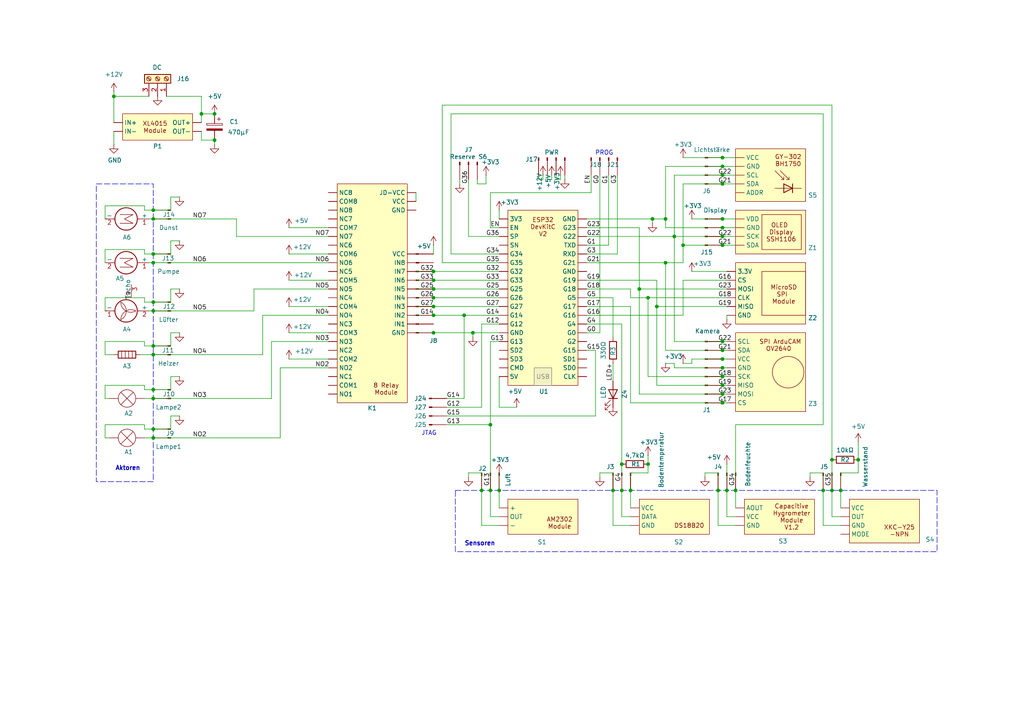
<source format=kicad_sch>
(kicad_sch (version 20250114) (generator "eeschema") (generator_version "9.0")
  (paper "A4")
  (title_block (title "Biodom Mini – Ein Hightech-Gewächshaus") (date "2025-10-17") (rev "1.0.0") (company "Frank Rohlfing"))
  (rectangle (start 27.94 53.34) (end 44.45 139.7) (stroke (width 0) (type dash)))
  (rectangle (start 132.08 142.24) (end 271.78 160.02) (stroke (width 0) (type dash)))
  (text "Aktoren" (at 37.084 135.89 0) (effects (font (size 1.27 1.27) (thickness 0.254) (bold yes))))
  (text "JTAG" (at 124.46 125.73 0) (effects (font (size 1.27 1.27))))
  (text "Sensoren" (at 139.192 157.734 0) (effects (font (size 1.27 1.27) (thickness 0.254) (bold yes))))
  (text "PROG" (at 175.26 44.45 0) (effects (font (size 1.27 1.27))))
  (junction (at 248.92 133.35))
  (junction (at 125.73 91.44))
  (junction (at 209.55 68.58))
  (junction (at 142.24 142.24))
  (junction (at 209.55 111.76))
  (junction (at 187.96 134.62))
  (junction (at 241.3 133.35))
  (junction (at 125.73 81.28))
  (junction (at 209.55 104.14))
  (junction (at 44.45 76.2))
  (junction (at 137.16 96.52))
  (junction (at 44.45 60.96))
  (junction (at 44.45 63.5))
  (junction (at 44.45 124.46))
  (junction (at 44.45 90.17))
  (junction (at 209.55 71.12))
  (junction (at 209.55 116.84))
  (junction (at 209.55 48.26))
  (junction (at 180.34 134.62))
  (junction (at 180.34 142.24))
  (junction (at 209.55 106.68))
  (junction (at 209.55 109.22))
  (junction (at 209.55 66.04))
  (junction (at 190.5 88.9))
  (junction (at 142.24 123.19))
  (junction (at 44.45 87.63))
  (junction (at 187.96 86.36))
  (junction (at 208.28 142.24))
  (junction (at 195.58 68.58))
  (junction (at 44.45 113.03))
  (junction (at 134.62 91.44))
  (junction (at 210.82 142.24))
  (junction (at 209.55 50.8))
  (junction (at 243.84 142.24))
  (junction (at 125.73 78.74))
  (junction (at 144.78 142.24))
  (junction (at 58.42 33.02))
  (junction (at 44.45 73.66))
  (junction (at 193.04 63.5))
  (junction (at 44.45 100.33))
  (junction (at 44.45 102.87))
  (junction (at 125.73 96.52))
  (junction (at 209.55 45.72))
  (junction (at 189.23 63.5))
  (junction (at 198.12 71.12))
  (junction (at 238.76 142.24))
  (junction (at 209.55 63.5))
  (junction (at 62.23 40.64))
  (junction (at 241.3 142.24))
  (junction (at 125.73 83.82))
  (junction (at 125.73 88.9))
  (junction (at 193.04 76.2))
  (junction (at 182.88 142.24))
  (junction (at 177.8 142.24))
  (junction (at 125.73 86.36))
  (junction (at 44.45 115.57))
  (junction (at 209.55 101.6))
  (junction (at 139.7 142.24))
  (junction (at 33.02 27.94))
  (junction (at 44.45 127))
  (junction (at 209.55 114.3))
  (junction (at 209.55 99.06))
  (junction (at 209.55 53.34))
  (junction (at 62.23 33.02))
  (junction (at 213.36 142.24))
  (junction (at 185.42 83.82))
  (wire (pts (xy 187.96 86.36) (xy 210.82 86.36)))
  (wire (pts (xy 182.88 116.84) (xy 182.88 88.9)))
  (wire (pts (xy 58.42 38.1) (xy 58.42 40.64)))
  (wire (pts (xy 158.75 52.07) (xy 160.02 52.07)))
  (wire (pts (xy 95.25 91.44) (xy 76.2 91.44)))
  (wire (pts (xy 49.53 120.65) (xy 49.53 124.46)))
  (wire (pts (xy 62.23 41.91) (xy 62.23 40.64)))
  (wire (pts (xy 209.55 63.5) (xy 213.36 63.5)))
  (wire (pts (xy 142.24 142.24) (xy 142.24 149.86)))
  (wire (pts (xy 142.24 123.19) (xy 142.24 142.24)))
  (wire (pts (xy 139.7 137.16) (xy 139.7 142.24)))
  (wire (pts (xy 44.45 127) (xy 81.28 127)))
  (wire (pts (xy 187.96 109.22) (xy 209.55 109.22)))
  (wire (pts (xy 68.58 68.58) (xy 95.25 68.58)))
  (wire (pts (xy 177.8 137.16) (xy 177.8 142.24)))
  (wire (pts (xy 30.48 59.69) (xy 41.91 59.69)))
  (wire (pts (xy 234.95 137.16) (xy 238.76 137.16)))
  (wire (pts (xy 238.76 152.4) (xy 243.84 152.4)))
  (wire (pts (xy 161.29 52.07) (xy 162.56 52.07)))
  (wire (pts (xy 193.04 63.5) (xy 193.04 48.26)))
  (wire (pts (xy 210.82 109.22) (xy 209.55 109.22)))
  (wire (pts (xy 73.66 90.17) (xy 73.66 83.82)))
  (wire (pts (xy 30.48 86.36) (xy 30.48 90.17)))
  (wire (pts (xy 83.82 96.52) (xy 95.25 96.52)))
  (wire (pts (xy 49.53 113.03) (xy 44.45 113.03)))
  (wire (pts (xy 198.12 45.72) (xy 209.55 45.72)))
  (wire (pts (xy 172.72 101.6) (xy 172.72 120.65)))
  (wire (pts (xy 195.58 106.68) (xy 209.55 106.68)))
  (wire (pts (xy 156.21 52.07) (xy 157.48 52.07)))
  (wire (pts (xy 142.24 66.04) (xy 144.78 66.04)))
  (wire (pts (xy 30.48 99.06) (xy 41.91 99.06)))
  (wire (pts (xy 30.48 123.19) (xy 41.91 123.19)))
  (wire (pts (xy 43.18 27.94) (xy 33.02 27.94)))
  (wire (pts (xy 41.91 113.03) (xy 44.45 113.03)))
  (wire (pts (xy 142.24 55.88) (xy 171.45 55.88)))
  (wire (pts (xy 40.64 102.87) (xy 44.45 102.87)))
  (wire (pts (xy 208.28 152.4) (xy 213.36 152.4)))
  (wire (pts (xy 170.18 83.82) (xy 182.88 83.82)))
  (wire (pts (xy 139.7 152.4) (xy 144.78 152.4)))
  (wire (pts (xy 180.34 93.98) (xy 180.34 134.62)))
  (wire (pts (xy 49.53 100.33) (xy 44.45 100.33)))
  (wire (pts (xy 149.86 118.11) (xy 144.78 118.11)))
  (wire (pts (xy 120.65 88.9) (xy 125.73 88.9)))
  (wire (pts (xy 41.91 123.19) (xy 41.91 124.46)))
  (wire (pts (xy 173.99 50.8) (xy 173.99 96.52)))
  (wire (pts (xy 204.47 137.16) (xy 208.28 137.16)))
  (wire (pts (xy 177.8 86.36) (xy 177.8 97.79)))
  (wire (pts (xy 139.7 142.24) (xy 139.7 152.4)))
  (wire (pts (xy 210.82 104.14) (xy 209.55 104.14)))
  (wire (pts (xy 95.25 106.68) (xy 81.28 106.68)))
  (wire (pts (xy 120.65 58.42) (xy 120.65 55.88)))
  (wire (pts (xy 248.92 137.16) (xy 243.84 137.16)))
  (wire (pts (xy 58.42 33.02) (xy 58.42 35.56)))
  (wire (pts (xy 83.82 104.14) (xy 95.25 104.14)))
  (wire (pts (xy 189.23 63.5) (xy 193.04 63.5)))
  (wire (pts (xy 198.12 76.2) (xy 193.04 76.2)))
  (wire (pts (xy 130.81 73.66) (xy 130.81 33.02)))
  (wire (pts (xy 213.36 123.19) (xy 213.36 142.24)))
  (wire (pts (xy 44.45 63.5) (xy 68.58 63.5)))
  (wire (pts (xy 41.91 72.39) (xy 41.91 73.66)))
  (wire (pts (xy 83.82 73.66) (xy 95.25 73.66)))
  (wire (pts (xy 209.55 48.26) (xy 213.36 48.26)))
  (wire (pts (xy 185.42 66.04) (xy 185.42 83.82)))
  (wire (pts (xy 49.53 69.85) (xy 49.53 73.66)))
  (wire (pts (xy 182.88 116.84) (xy 209.55 116.84)))
  (wire (pts (xy 134.62 115.57) (xy 129.54 115.57)))
  (wire (pts (xy 180.34 142.24) (xy 180.34 149.86)))
  (wire (pts (xy 128.27 30.48) (xy 128.27 76.2)))
  (wire (pts (xy 137.16 96.52) (xy 125.73 96.52)))
  (wire (pts (xy 238.76 33.02) (xy 238.76 123.19)))
  (wire (pts (xy 30.48 111.76) (xy 41.91 111.76)))
  (wire (pts (xy 142.24 55.88) (xy 142.24 66.04)))
  (wire (pts (xy 48.26 27.94) (xy 58.42 27.94)))
  (wire (pts (xy 161.29 50.8) (xy 161.29 52.07)))
  (wire (pts (xy 157.48 52.07) (xy 157.48 50.8)))
  (wire (pts (xy 190.5 88.9) (xy 210.82 88.9)))
  (wire (pts (xy 198.12 91.44) (xy 198.12 81.28)))
  (wire (pts (xy 41.91 86.36) (xy 41.91 87.63)))
  (wire (pts (xy 81.28 106.68) (xy 81.28 127)))
  (wire (pts (xy 129.54 123.19) (xy 142.24 123.19)))
  (wire (pts (xy 125.73 91.44) (xy 134.62 91.44)))
  (wire (pts (xy 163.83 50.8) (xy 163.83 52.07)))
  (wire (pts (xy 170.18 96.52) (xy 173.99 96.52)))
  (wire (pts (xy 187.96 86.36) (xy 187.96 109.22)))
  (wire (pts (xy 142.24 149.86) (xy 144.78 149.86)))
  (wire (pts (xy 49.53 73.66) (xy 44.45 73.66)))
  (wire (pts (xy 193.04 63.5) (xy 193.04 66.04)))
  (wire (pts (xy 176.53 50.8) (xy 176.53 71.12)))
  (wire (pts (xy 209.55 71.12) (xy 213.36 71.12)))
  (wire (pts (xy 170.18 86.36) (xy 177.8 86.36)))
  (wire (pts (xy 41.91 60.96) (xy 44.45 60.96)))
  (wire (pts (xy 200.66 104.14) (xy 209.55 104.14)))
  (wire (pts (xy 120.65 81.28) (xy 125.73 81.28)))
  (wire (pts (xy 195.58 68.58) (xy 195.58 99.06)))
  (wire (pts (xy 195.58 68.58) (xy 195.58 50.8)))
  (wire (pts (xy 41.91 73.66) (xy 44.45 73.66)))
  (wire (pts (xy 204.47 138.43) (xy 204.47 137.16)))
  (wire (pts (xy 170.18 91.44) (xy 198.12 91.44)))
  (wire (pts (xy 198.12 71.12) (xy 198.12 53.34)))
  (wire (pts (xy 195.58 99.06) (xy 209.55 99.06)))
  (wire (pts (xy 125.73 86.36) (xy 144.78 86.36)))
  (wire (pts (xy 193.04 105.41) (xy 195.58 105.41)))
  (wire (pts (xy 241.3 30.48) (xy 241.3 133.35)))
  (wire (pts (xy 170.18 63.5) (xy 189.23 63.5)))
  (wire (pts (xy 49.53 96.52) (xy 49.53 100.33)))
  (wire (pts (xy 170.18 73.66) (xy 179.07 73.66)))
  (wire (pts (xy 41.91 127) (xy 44.45 127)))
  (wire (pts (xy 144.78 147.32) (xy 144.78 142.24)))
  (wire (pts (xy 138.43 53.34) (xy 140.97 53.34)))
  (wire (pts (xy 177.8 152.4) (xy 182.88 152.4)))
  (wire (pts (xy 134.62 91.44) (xy 134.62 115.57)))
  (wire (pts (xy 58.42 33.02) (xy 62.23 33.02)))
  (wire (pts (xy 68.58 63.5) (xy 68.58 68.58)))
  (wire (pts (xy 33.02 38.1) (xy 33.02 41.91)))
  (wire (pts (xy 210.82 142.24) (xy 210.82 149.86)))
  (wire (pts (xy 30.48 127) (xy 30.48 123.19)))
  (wire (pts (xy 120.65 83.82) (xy 125.73 83.82)))
  (wire (pts (xy 200.66 105.41) (xy 200.66 104.14)))
  (wire (pts (xy 49.53 83.82) (xy 49.53 87.63)))
  (wire (pts (xy 180.34 149.86) (xy 182.88 149.86)))
  (wire (pts (xy 241.3 142.24) (xy 241.3 149.86)))
  (wire (pts (xy 209.55 66.04) (xy 213.36 66.04)))
  (wire (pts (xy 190.5 88.9) (xy 190.5 111.76)))
  (wire (pts (xy 170.18 93.98) (xy 180.34 93.98)))
  (wire (pts (xy 129.54 118.11) (xy 139.7 118.11)))
  (wire (pts (xy 193.04 66.04) (xy 209.55 66.04)))
  (wire (pts (xy 125.73 71.12) (xy 125.73 73.66)))
  (wire (pts (xy 30.48 86.36) (xy 41.91 86.36)))
  (wire (pts (xy 182.88 137.16) (xy 182.88 142.24)))
  (wire (pts (xy 210.82 91.44) (xy 210.82 92.71)))
  (wire (pts (xy 176.53 71.12) (xy 170.18 71.12)))
  (wire (pts (xy 162.56 50.8) (xy 162.56 52.07)))
  (wire (pts (xy 139.7 118.11) (xy 139.7 93.98)))
  (wire (pts (xy 30.48 72.39) (xy 41.91 72.39)))
  (wire (pts (xy 170.18 81.28) (xy 190.5 81.28)))
  (wire (pts (xy 213.36 123.19) (xy 238.76 123.19)))
  (wire (pts (xy 238.76 142.24) (xy 238.76 152.4)))
  (wire (pts (xy 135.89 137.16) (xy 139.7 137.16)))
  (wire (pts (xy 49.53 60.96) (xy 44.45 60.96)))
  (wire (pts (xy 76.2 91.44) (xy 76.2 102.87)))
  (wire (pts (xy 170.18 66.04) (xy 185.42 66.04)))
  (wire (pts (xy 170.18 76.2) (xy 193.04 76.2)))
  (wire (pts (xy 160.02 52.07) (xy 160.02 50.8)))
  (wire (pts (xy 58.42 40.64) (xy 62.23 40.64)))
  (wire (pts (xy 173.99 137.16) (xy 177.8 137.16)))
  (wire (pts (xy 195.58 50.8) (xy 209.55 50.8)))
  (wire (pts (xy 210.82 116.84) (xy 209.55 116.84)))
  (wire (pts (xy 144.78 137.16) (xy 144.78 142.24)))
  (wire (pts (xy 44.45 102.87) (xy 76.2 102.87)))
  (wire (pts (xy 177.8 142.24) (xy 177.8 152.4)))
  (wire (pts (xy 44.45 115.57) (xy 78.74 115.57)))
  (wire (pts (xy 41.91 111.76) (xy 41.91 113.03)))
  (wire (pts (xy 248.92 133.35) (xy 248.92 137.16)))
  (wire (pts (xy 210.82 111.76) (xy 209.55 111.76)))
  (wire (pts (xy 83.82 66.04) (xy 95.25 66.04)))
  (wire (pts (xy 185.42 114.3) (xy 209.55 114.3)))
  (wire (pts (xy 180.34 134.62) (xy 180.34 142.24)))
  (wire (pts (xy 41.91 100.33) (xy 44.45 100.33)))
  (wire (pts (xy 198.12 71.12) (xy 198.12 76.2)))
  (wire (pts (xy 190.5 81.28) (xy 190.5 88.9)))
  (wire (pts (xy 49.53 124.46) (xy 44.45 124.46)))
  (wire (pts (xy 213.36 142.24) (xy 213.36 147.32)))
  (wire (pts (xy 33.02 26.67) (xy 33.02 27.94)))
  (wire (pts (xy 52.07 69.85) (xy 49.53 69.85)))
  (wire (pts (xy 189.23 64.77) (xy 189.23 63.5)))
  (wire (pts (xy 158.75 52.07) (xy 158.75 50.8)))
  (wire (pts (xy 185.42 83.82) (xy 210.82 83.82)))
  (wire (pts (xy 135.89 138.43) (xy 135.89 137.16)))
  (wire (pts (xy 78.74 99.06) (xy 78.74 115.57)))
  (wire (pts (xy 138.43 52.07) (xy 138.43 53.34)))
  (wire (pts (xy 58.42 27.94) (xy 58.42 33.02)))
  (wire (pts (xy 129.54 120.65) (xy 172.72 120.65)))
  (wire (pts (xy 234.95 138.43) (xy 234.95 137.16)))
  (wire (pts (xy 209.55 50.8) (xy 213.36 50.8)))
  (wire (pts (xy 133.35 52.07) (xy 133.35 53.34)))
  (wire (pts (xy 238.76 137.16) (xy 238.76 142.24)))
  (wire (pts (xy 44.45 90.17) (xy 73.66 90.17)))
  (wire (pts (xy 241.3 149.86) (xy 243.84 149.86)))
  (wire (pts (xy 52.07 57.15) (xy 49.53 57.15)))
  (wire (pts (xy 195.58 106.68) (xy 195.58 105.41)))
  (wire (pts (xy 210.82 101.6) (xy 209.55 101.6)))
  (wire (pts (xy 142.24 99.06) (xy 144.78 99.06)))
  (wire (pts (xy 209.55 53.34) (xy 213.36 53.34)))
  (wire (pts (xy 33.02 102.87) (xy 30.48 102.87)))
  (wire (pts (xy 190.5 111.76) (xy 209.55 111.76)))
  (wire (pts (xy 125.73 78.74) (xy 120.65 78.74)))
  (wire (pts (xy 125.73 91.44) (xy 120.65 91.44)))
  (wire (pts (xy 43.18 63.5) (xy 44.45 63.5)))
  (wire (pts (xy 210.82 149.86) (xy 213.36 149.86)))
  (wire (pts (xy 83.82 88.9) (xy 95.25 88.9)))
  (wire (pts (xy 44.45 124.46) (xy 41.91 124.46)))
  (wire (pts (xy 208.28 137.16) (xy 208.28 142.24)))
  (wire (pts (xy 156.21 50.8) (xy 156.21 52.07)))
  (wire (pts (xy 187.96 134.62) (xy 187.96 137.16)))
  (wire (pts (xy 52.07 96.52) (xy 49.53 96.52)))
  (wire (pts (xy 95.25 99.06) (xy 78.74 99.06)))
  (wire (pts (xy 177.8 105.41) (xy 177.8 110.49)))
  (wire (pts (xy 208.28 142.24) (xy 208.28 152.4)))
  (wire (pts (xy 30.48 115.57) (xy 31.75 115.57)))
  (wire (pts (xy 248.92 128.27) (xy 248.92 133.35)))
  (wire (pts (xy 137.16 97.79) (xy 137.16 96.52)))
  (wire (pts (xy 173.99 137.16) (xy 173.99 138.43)))
  (wire (pts (xy 137.16 96.52) (xy 144.78 96.52)))
  (wire (pts (xy 125.73 83.82) (xy 144.78 83.82)))
  (wire (pts (xy 243.84 137.16) (xy 243.84 142.24)))
  (wire (pts (xy 95.25 83.82) (xy 73.66 83.82)))
  (wire (pts (xy 41.91 87.63) (xy 44.45 87.63)))
  (wire (pts (xy 210.82 114.3) (xy 209.55 114.3)))
  (wire (pts (xy 210.82 134.62) (xy 210.82 142.24)))
  (wire (pts (xy 120.65 86.36) (xy 125.73 86.36)))
  (wire (pts (xy 198.12 71.12) (xy 209.55 71.12)))
  (wire (pts (xy 135.89 68.58) (xy 144.78 68.58)))
  (wire (pts (xy 193.04 76.2) (xy 193.04 101.6)))
  (wire (pts (xy 193.04 101.6) (xy 209.55 101.6)))
  (wire (pts (xy 209.55 45.72) (xy 213.36 45.72)))
  (wire (pts (xy 144.78 60.96) (xy 144.78 63.5)))
  (wire (pts (xy 187.96 132.08) (xy 187.96 134.62)))
  (wire (pts (xy 49.53 57.15) (xy 49.53 60.96)))
  (wire (pts (xy 120.65 96.52) (xy 125.73 96.52)))
  (wire (pts (xy 241.3 133.35) (xy 241.3 142.24)))
  (wire (pts (xy 41.91 115.57) (xy 44.45 115.57)))
  (wire (pts (xy 128.27 76.2) (xy 144.78 76.2)))
  (wire (pts (xy 130.81 33.02) (xy 238.76 33.02)))
  (wire (pts (xy 210.82 106.68) (xy 209.55 106.68)))
  (wire (pts (xy 134.62 91.44) (xy 144.78 91.44)))
  (wire (pts (xy 185.42 114.3) (xy 185.42 83.82)))
  (wire (pts (xy 125.73 88.9) (xy 144.78 88.9)))
  (wire (pts (xy 170.18 68.58) (xy 195.58 68.58)))
  (wire (pts (xy 198.12 105.41) (xy 200.66 105.41)))
  (wire (pts (xy 135.89 52.07) (xy 135.89 68.58)))
  (wire (pts (xy 144.78 118.11) (xy 144.78 109.22)))
  (wire (pts (xy 52.07 120.65) (xy 49.53 120.65)))
  (wire (pts (xy 200.66 78.74) (xy 210.82 78.74)))
  (wire (pts (xy 171.45 50.8) (xy 171.45 55.88)))
  (wire (pts (xy 243.84 142.24) (xy 243.84 147.32)))
  (wire (pts (xy 49.53 109.22) (xy 49.53 113.03)))
  (wire (pts (xy 44.45 76.2) (xy 95.25 76.2)))
  (wire (pts (xy 187.96 137.16) (xy 182.88 137.16)))
  (wire (pts (xy 30.48 102.87) (xy 30.48 99.06)))
  (wire (pts (xy 210.82 99.06) (xy 209.55 99.06)))
  (wire (pts (xy 193.04 48.26) (xy 209.55 48.26)))
  (wire (pts (xy 52.07 83.82) (xy 49.53 83.82)))
  (wire (pts (xy 44.45 76.2) (xy 43.18 76.2)))
  (wire (pts (xy 182.88 83.82) (xy 182.88 86.36)))
  (wire (pts (xy 179.07 50.8) (xy 179.07 73.66)))
  (wire (pts (xy 140.97 50.8) (xy 140.97 53.34)))
  (wire (pts (xy 128.27 30.48) (xy 241.3 30.48)))
  (wire (pts (xy 30.48 127) (xy 31.75 127)))
  (wire (pts (xy 198.12 53.34) (xy 209.55 53.34)))
  (wire (pts (xy 139.7 93.98) (xy 144.78 93.98)))
  (wire (pts (xy 125.73 78.74) (xy 144.78 78.74)))
  (wire (pts (xy 83.82 81.28) (xy 95.25 81.28)))
  (wire (pts (xy 130.81 73.66) (xy 144.78 73.66)))
  (wire (pts (xy 200.66 63.5) (xy 209.55 63.5)))
  (wire (pts (xy 43.18 90.17) (xy 44.45 90.17)))
  (wire (pts (xy 30.48 76.2) (xy 30.48 72.39)))
  (wire (pts (xy 33.02 27.94) (xy 33.02 35.56)))
  (wire (pts (xy 52.07 109.22) (xy 49.53 109.22)))
  (wire (pts (xy 49.53 87.63) (xy 44.45 87.63)))
  (wire (pts (xy 125.73 81.28) (xy 144.78 81.28)))
  (wire (pts (xy 182.88 86.36) (xy 187.96 86.36)))
  (wire (pts (xy 142.24 99.06) (xy 142.24 123.19)))
  (wire (pts (xy 41.91 99.06) (xy 41.91 100.33)))
  (wire (pts (xy 182.88 142.24) (xy 182.88 147.32)))
  (wire (pts (xy 170.18 88.9) (xy 182.88 88.9)))
  (wire (pts (xy 198.12 81.28) (xy 210.82 81.28)))
  (wire (pts (xy 209.55 68.58) (xy 213.36 68.58)))
  (wire (pts (xy 41.91 59.69) (xy 41.91 60.96)))
  (wire (pts (xy 30.48 63.5) (xy 30.48 59.69)))
  (wire (pts (xy 30.48 115.57) (xy 30.48 111.76)))
  (wire (pts (xy 172.72 101.6) (xy 170.18 101.6)))
  (wire (pts (xy 195.58 68.58) (xy 209.55 68.58)))
  (label "G3" (at 170.18 73.66 0))
  (label "G23" (at 208.28 114.3 0))
  (label "G14" (at 129.54 115.57 0))
  (label "G36" (at 140.97 68.58 0))
  (label "G13" (at 142.24 99.06 0))
  (label "G12" (at 140.97 93.98 0))
  (label "G21" (at 170.18 76.2 0))
  (label "G23" (at 208.28 83.82 0))
  (label "G4" (at 180.34 139.7 90))
  (label "G16" (at 170.18 91.44 0))
  (label "G22" (at 208.28 68.58 0))
  (label "G13" (at 142.24 140.97 90))
  (label "G1" (at 170.18 71.12 0))
  (label "G32" (at 140.97 78.74 0))
  (label "G14" (at 121.92 91.44 0))
  (label "NO7" (at 91.44 68.58 0))
  (label "G25" (at 121.92 83.82 0))
  (label "G21" (at 208.28 101.6 0))
  (label "G18" (at 170.18 83.82 0))
  (label "G21" (at 208.28 53.34 0))
  (label "G5" (at 170.18 86.36 0))
  (label "G33" (at 121.92 81.28 0))
  (label "G26" (at 121.92 86.36 0))
  (label "G22" (at 170.18 68.58 0))
  (label "G35" (at 241.3 140.97 90))
  (label "G23" (at 170.18 66.04 0))
  (label "G33" (at 140.97 81.28 0))
  (label "G27" (at 140.97 88.9 0))
  (label "G18" (at 208.28 86.36 0))
  (label "G19" (at 208.28 88.9 0))
  (label "G27" (at 121.92 88.9 0))
  (label "G16" (at 208.28 81.28 0))
  (label "NO6" (at 91.44 76.2 0))
  (label "G36" (at 135.89 53.34 90))
  (label "G22" (at 208.28 50.8 0))
  (label "G0" (at 173.99 53.34 90))
  (label "NO5" (at 91.44 83.82 0))
  (label "NO4" (at 55.88 102.87 0))
  (label "LED+" (at 177.8 110.49 90))
  (label "G1" (at 176.53 53.34 90))
  (label "G17" (at 208.28 116.84 0))
  (label "G12" (at 129.54 118.11 0))
  (label "G21" (at 208.28 71.12 0))
  (label "G15" (at 129.54 120.65 0))
  (label "G15" (at 170.18 101.6 0))
  (label "G3" (at 179.07 53.34 90))
  (label "NO2" (at 91.44 106.68 0))
  (label "NO6" (at 55.88 76.2 0))
  (label "NO2" (at 55.88 127 0))
  (label "G19" (at 208.28 111.76 0))
  (label "G25" (at 140.97 83.82 0))
  (label "G32" (at 121.92 78.74 0))
  (label "G19" (at 170.18 81.28 0))
  (label "NO3" (at 55.88 115.57 0))
  (label "EN" (at 142.24 66.04 0))
  (label "G34" (at 140.97 73.66 0))
  (label "NO4" (at 91.44 91.44 0))
  (label "NO7" (at 55.88 63.5 0))
  (label "G17" (at 170.18 88.9 0))
  (label "G34" (at 213.36 140.97 90))
  (label "EN" (at 171.45 53.34 90))
  (label "G0" (at 170.18 96.52 0))
  (label "NO5" (at 55.88 90.17 0))
  (label "NO3" (at 91.44 99.06 0))
  (label "G26" (at 140.97 86.36 0))
  (label "G4" (at 170.18 93.98 0))
  (label "G13" (at 129.54 123.19 0))
  (label "G35" (at 140.97 76.2 0))
  (label "G14" (at 140.97 91.44 0))
  (label "G18" (at 208.28 109.22 0))
  (label "G22" (at 208.28 99.06 0))
  (symbol (lib_id "power:+5V") (at 125.73 71.12 0) (unit 1)
    (property "Reference" "#PWR01" (effects (hide yes)))
    (property "Value" "+5V" (at 122.936 71.374 0))
    (property "Description" "Power symbol creates a global label with name \"+5V\"" (effects (hide yes)))
  )
  (symbol (lib_id "power:GND") (at 52.07 96.52 0) (unit 1)
    (property "Reference" "#PWR028" (effects (hide yes)))
    (property "Value" "GND" (effects (hide yes)))
    (property "Description" "Power symbol creates a global label with name \"GND\" , ground" (effects (hide yes)))
  )
  (symbol (lib_id "Motor:Fan_3pin") (at 38.1 90.17 270) (unit 1) (on_board no)
    (property "Reference" "A4" (at 35.56 95.504 90) (effects (justify left)))
    (property "Value" "Zuluft" (effects (hide yes)))
    (property "Footprint" "Connector_PinHeader_2.54mm:PinHeader_1x02_P2.54mm_Vertical" (effects (hide yes)))
    (property "Datasheet" "http://www.hardwarecanucks.com/forum/attachments/new-builds/16287d1330775095-help-chassis-power-fan-connectors-motherboard-asus_p8z68.jpg" (effects (hide yes)))
    (property "Description" "Fan, tacho output, 3-pin connector" (effects (hide yes)))
  )
  (symbol (lib_id "Frank:AM2302_Module") (at 157.48 149.86 180) (unit 1) (on_board no)
    (property "Reference" "S1" (at 157.226 157.226 0))
    (property "Value" "Luft" (effects (hide yes)))
    (property "Datasheet" "https://www.makerguides.com/wp-content/uploads/2019/02/DHT22-AM2302-Datasheet.pdf" (effects (hide yes)))
    (property "Description" "Temperatur- und Luftfeuchtigkeitssensor" (effects (hide yes)))
    (property "AZ-Delivery e-Book" "https://cdn.shopify.com/s/files/1/1509/1638/files/AZ073_A10-7_DE_B06XF4TNT9_a2f405a2-b242-44dc-aa26-428bc637eef5.pdf?v=1721198350" (effects (hide yes)))
  )
  (symbol (lib_id "power:+12V") (at 83.82 96.52 0) (unit 1)
    (property "Reference" "#PWR09" (effects (hide yes)))
    (property "Value" "+12V" (at 87.63 94.742 0))
    (property "Description" "Power symbol creates a global label with name \"+12V\"" (effects (hide yes)))
  )
  (symbol (lib_id "Device:R") (at 177.8 101.6 180) (unit 1)
    (property "Reference" "R3" (at 177.8 101.854 90))
    (property "Value" "330Ω" (at 175.006 101.6 90))
    (property "Footprint" "Resistor_THT:R_Axial_DIN0207_L6.3mm_D2.5mm_P10.16mm_Horizontal" (effects (hide yes)))
    (property "Description" "Resistor" (effects (hide yes)))
  )
  (symbol (lib_id "Device:Lamp") (at 36.83 127 270) (unit 1) (on_board no)
    (property "Reference" "A1" (at 36.068 131.064 90) (effects (justify left)))
    (property "Value" "Lampe 1" (effects (hide yes)))
    (property "Description" "Lamp" (effects (hide yes)))
  )
  (symbol (lib_id "Device:Lamp") (at 36.83 115.57 270) (unit 1) (on_board no)
    (property "Reference" "A2" (at 36.068 119.888 90) (effects (justify left)))
    (property "Value" "Lampe 2" (effects (hide yes)))
    (property "Description" "Lamp" (effects (hide yes)))
  )
  (symbol (lib_id "power:GND") (at 52.07 120.65 0) (unit 1)
    (property "Reference" "#PWR030" (effects (hide yes)))
    (property "Value" "GND" (effects (hide yes)))
    (property "Description" "Power symbol creates a global label with name \"GND\" , ground" (effects (hide yes)))
  )
  (symbol (lib_id "Device:R") (at 184.15 134.62 270) (unit 1)
    (property "Reference" "R1" (at 184.404 134.62 90))
    (property "Value" "4,7kΩ" (at 184.15 132.08 90))
    (property "Footprint" "Resistor_THT:R_Axial_DIN0207_L6.3mm_D2.5mm_P10.16mm_Horizontal" (effects (hide yes)))
    (property "Description" "Resistor" (effects (hide yes)))
  )
  (symbol (lib_id "power:GND") (at 163.83 52.07 0) (unit 1)
    (property "Reference" "#PWR033" (effects (hide yes)))
    (property "Value" "GND" (effects (hide yes)))
    (property "Description" "Power symbol creates a global label with name \"GND\" , ground" (effects (hide yes)))
  )
  (symbol (lib_id "Frank:MicroSD_SPI_Module") (at 223.52 96.52 180) (unit 1)
    (property "Reference" "Z2" (at 235.712 92.202 0))
    (property "Value" "SD-Karte" (effects (hide yes)))
    (property "Footprint" "Frank:MicroSD_SPI_Modul_Socket" (effects (hide yes)))
    (property "Description" "MicroSD SPI Kartenleser, 3.3V" (effects (hide yes)))
    (property "AZ-Delivery e-Book" "https://cdn.shopify.com/s/files/1/1509/1638/files/AZ234_C_10-4_DE_B06X1DX5WS_ec398a85-2534-4b15-9f3e-1d3a37b6ce96.pdf?v=1721122338" (effects (hide yes)))
  )
  (symbol (lib_name "Conn_01x02_Pin_5") (lib_id "Connector:Conn_01x02_Pin") (at 49.53 76.2 180) (unit 1) (on_board no)
    (property "Reference" "J13" (at 50.546 74.93 0) (effects (justify left)))
    (property "Value" "Pumpe" (at 48.895 78.74 0))
    (property "Footprint" "Connector_PinHeader_2.54mm:PinHeader_1x02_P2.54mm_Vertical" (effects (hide yes)))
    (property "Description" "Generic connector, single row, 01x02, script generated" (effects (hide yes)))
  )
  (symbol (lib_id "power:+5V") (at 62.23 33.02 0) (unit 1)
    (property "Reference" "#PWR013" (effects (hide yes)))
    (property "Value" "+5V" (at 62.23 27.94 0))
    (property "Description" "Power symbol creates a global label with name \"+5V\"" (effects (hide yes)))
  )
  (symbol (lib_id "Device:Heater") (at 36.83 102.87 270) (unit 1) (on_board no)
    (property "Reference" "A3" (at 35.56 106.172 90) (effects (justify left)))
    (property "Value" "Heizer" (effects (hide yes)))
    (property "Description" "Resistive heater" (effects (hide yes)))
  )
  (symbol (lib_id "power:GND") (at 52.07 109.22 0) (unit 1)
    (property "Reference" "#PWR029" (effects (hide yes)))
    (property "Value" "GND" (effects (hide yes)))
    (property "Description" "Power symbol creates a global label with name \"GND\" , ground" (effects (hide yes)))
  )
  (symbol (lib_id "Connector:Conn_01x08_Pin") (at 204.47 106.68 0) (unit 1)
    (property "Reference" "J1" (at 204.978 118.872 0))
    (property "Value" "Kamera" (at 205.232 96.012 0))
    (property "Footprint" "Connector_PinHeader_2.54mm:PinHeader_1x08_P2.54mm_Vertical" (effects (hide yes)))
    (property "Description" "Generic connector, single row, 01x08, script generated" (effects (hide yes)))
  )
  (symbol (lib_id "Connector:Conn_01x03_Pin") (at 142.24 137.16 270) (unit 1)
    (property "Reference" "J2" (at 139.954 135.89 90))
    (property "Value" "Luft" (at 147.32 139.192 0))
    (property "Footprint" "Connector_PinHeader_2.54mm:PinHeader_1x03_P2.54mm_Vertical" (effects (hide yes)))
    (property "Description" "Generic connector, single row, 01x03, script generated" (effects (hide yes)))
  )
  (symbol (lib_id "power:GND") (at 62.23 41.91 0) (unit 1)
    (property "Reference" "#PWR014" (effects (hide yes)))
    (property "Value" "GND" (effects (hide yes)))
    (property "Description" "Power symbol creates a global label with name \"GND\" , ground" (effects (hide yes)))
  )
  (symbol (lib_id "power:GND") (at 33.02 41.91 0) (unit 1) (on_board no)
    (property "Reference" "#PWR015" (effects (hide yes)))
    (property "Value" "GND" (at 33.274 46.482 0))
    (property "Description" "Power symbol creates a global label with name \"GND\" , ground" (effects (hide yes)))
  )
  (symbol (lib_id "power:+12V") (at 83.82 81.28 0) (unit 1)
    (property "Reference" "#PWR08" (effects (hide yes)))
    (property "Value" "+12V" (at 87.884 79.756 0))
    (property "Description" "Power symbol creates a global label with name \"+12V\"" (effects (hide yes)))
  )
  (symbol (lib_id "power:+5V") (at 140.97 50.8 0) (unit 1)
    (property "Reference" "#PWR036" (effects (hide yes)))
    (property "Value" "+3V3" (at 142.24 46.99 0))
    (property "Description" "Power symbol creates a global label with name \"+3V3\"" (effects (hide yes)))
  )
  (symbol (lib_id "Motor:Motor_DC") (at 38.1 63.5 270) (unit 1) (on_board no)
    (property "Reference" "A6" (at 35.56 68.834 90) (effects (justify left)))
    (property "Value" "Dunst" (effects (hide yes)))
    (property "Description" "DC Motor" (effects (hide yes)))
  )
  (symbol (lib_id "power:GND") (at 234.95 138.43 0) (unit 1)
    (property "Reference" "#PWR025" (effects (hide yes)))
    (property "Value" "GND" (effects (hide yes)))
    (property "Description" "Power symbol creates a global label with name \"GND\" , ground" (effects (hide yes)))
  )
  (symbol (lib_id "power:+5V") (at 248.92 128.27 0) (unit 1)
    (property "Reference" "#PWR021" (effects (hide yes)))
    (property "Value" "+5V" (at 248.92 123.698 0))
    (property "Description" "Power symbol creates a global label with name \"+5V\"" (effects (hide yes)))
  )
  (symbol (lib_id "power:GND") (at 189.23 64.77 0) (unit 1)
    (property "Reference" "#PWR011" (effects (hide yes)))
    (property "Value" "GND" (effects (hide yes)))
    (property "Description" "Power symbol creates a global label with name \"GND\" , ground" (effects (hide yes)))
  )
  (symbol (lib_id "Frank:OLED_Display") (at 223.52 68.58 0) (mirror y) (unit 1) (on_board no)
    (property "Reference" "Z1" (at 235.712 71.882 0))
    (property "Value" "Display" (effects (hide yes)))
    (property "Datasheet" "https://cdn.shopify.com/s/files/1/1509/1638/files/1_3_Zoll_Display_Datenblatt_AZ-Delivery_Vertriebs_GmbH_rev.pdf?v=1606164520" (effects (hide yes)))
    (property "Description" "1.3 Zoll OLED Display, SSH1106" (effects (hide yes)))
    (property "AZ-Delivery e-Book" "https://cdn.shopify.com/s/files/1/1509/1638/files/AZ003_A_1-6_DE_B078J78R45_1.pdf?v=1721030497" (effects (hide yes)))
  )
  (symbol (lib_id "Connector:Conn_01x01_Pin") (at 124.46 120.65 0) (unit 1)
    (property "Reference" "J26" (at 120.142 120.65 0) (effects (justify left)))
    (property "Value" "TDO" (effects (hide yes)))
    (property "Footprint" "Connector_PinHeader_2.54mm:PinHeader_1x01_P2.54mm_Vertical" (effects (hide yes)))
    (property "Description" "Generic connector, single row, 01x01, script generated" (effects (hide yes)))
  )
  (symbol (lib_id "power:GND") (at 45.72 27.94 0) (unit 1)
    (property "Reference" "#PWR010" (effects (hide yes)))
    (property "Value" "GND" (effects (hide yes)))
    (property "Description" "Power symbol creates a global label with name \"GND\" , ground" (effects (hide yes)))
  )
  (symbol (lib_name "Conn_01x03_Pin_4") (lib_id "Connector:Conn_01x03_Pin") (at 180.34 137.16 270) (unit 1)
    (property "Reference" "J3" (at 177.038 135.382 90))
    (property "Value" "Bodentemperatur" (at 191.77 133.35 0))
    (property "Footprint" "Connector_PinHeader_2.54mm:PinHeader_1x03_P2.54mm_Vertical" (effects (hide yes)))
    (property "Description" "Generic connector, single row, 01x03, script generated" (effects (hide yes)))
  )
  (symbol (lib_id "power:+5V") (at 144.78 137.16 0) (unit 1)
    (property "Reference" "#PWR043" (effects (hide yes)))
    (property "Value" "+3V3" (at 145.034 133.35 0))
    (property "Description" "Power symbol creates a global label with name \"+3V3\"" (effects (hide yes)))
  )
  (symbol (lib_id "Connector:Conn_01x10_Pin") (at 120.65 83.82 0) (unit 1)
    (property "Reference" "J8" (at 125.73 98.806 0))
    (property "Value" "Relais" (effects (hide yes)))
    (property "Footprint" "Connector_PinHeader_2.54mm:PinHeader_1x10_P2.54mm_Vertical" (effects (hide yes)))
    (property "Description" "Generic connector, single row, 01x10, script generated" (effects (hide yes)))
  )
  (symbol (lib_name "Conn_01x03_Pin_3") (lib_id "Connector:Conn_01x03_Pin") (at 210.82 137.16 270) (unit 1)
    (property "Reference" "J4" (at 208.28 135.382 90))
    (property "Value" "Bodenfeuchte" (at 216.916 134.62 0))
    (property "Footprint" "Connector_PinHeader_2.54mm:PinHeader_1x03_P2.54mm_Vertical" (effects (hide yes)))
    (property "Description" "Generic connector, single row, 01x03, script generated" (effects (hide yes)))
  )
  (symbol (lib_id "Connector:Conn_01x04_Pin") (at 204.47 48.26 0) (unit 1)
    (property "Reference" "J6" (at 204.978 55.372 0))
    (property "Value" "Lichtstärke" (at 206.502 43.434 0))
    (property "Footprint" "Connector_PinHeader_2.54mm:PinHeader_1x04_P2.54mm_Vertical" (effects (hide yes)))
    (property "Description" "Generic connector, single row, 01x04, script generated" (effects (hide yes)))
  )
  (symbol (lib_id "Device:R") (at 245.11 133.35 270) (unit 1)
    (property "Reference" "R2" (at 245.11 133.35 90))
    (property "Value" "10kΩ" (at 245.11 130.556 90))
    (property "Footprint" "Resistor_THT:R_Axial_DIN0207_L6.3mm_D2.5mm_P10.16mm_Horizontal" (effects (hide yes)))
    (property "Description" "Resistor" (effects (hide yes)))
  )
  (symbol (lib_id "power:+12V") (at 83.82 73.66 0) (unit 1)
    (property "Reference" "#PWR06" (effects (hide yes)))
    (property "Value" "+12V" (at 87.63 71.628 0))
    (property "Description" "Power symbol creates a global label with name \"+12V\"" (effects (hide yes)))
  )
  (symbol (lib_id "power:GND") (at 177.8 118.11 0) (unit 1)
    (property "Reference" "#PWR05" (effects (hide yes)))
    (property "Value" "GND" (effects (hide yes)))
    (property "Description" "Power symbol creates a global label with name \"GND\" , ground" (effects (hide yes)))
  )
  (symbol (lib_id "Frank:DS18B20") (at 195.58 149.86 180) (unit 1) (on_board no)
    (property "Reference" "S2" (at 196.85 157.226 0))
    (property "Value" "Bodentemperatur" (effects (hide yes)))
    (property "Description" "Wasserdichter Temperaturfühler" (effects (hide yes)))
  )
  (symbol (lib_id "Connector:Conn_01x01_Pin") (at 124.46 115.57 0) (unit 1) (on_board no)
    (property "Reference" "J24" (at 120.142 115.57 0) (effects (justify left)))
    (property "Value" "TMS" (effects (hide yes)))
    (property "Footprint" "Connector_PinHeader_2.54mm:PinHeader_1x01_P2.54mm_Vertical" (effects (hide yes)))
    (property "Description" "Generic connector, single row, 01x01, script generated" (effects (hide yes)))
  )
  (symbol (lib_id "Connector:Conn_01x04_Pin") (at 204.47 66.04 0) (unit 1)
    (property "Reference" "J15" (at 204.978 73.152 0))
    (property "Value" "Display" (at 207.518 60.96 0))
    (property "Footprint" "Connector_PinHeader_2.54mm:PinHeader_1x04_P2.54mm_Vertical" (effects (hide yes)))
    (property "Description" "Generic connector, single row, 01x04, script generated" (effects (hide yes)))
  )
  (symbol (lib_name "Conn_01x03_Pin_1") (lib_id "Connector:Conn_01x03_Pin") (at 135.89 46.99 90) (mirror x) (unit 1)
    (property "Reference" "J7" (at 135.89 43.434 90))
    (property "Value" "Reserve S6" (at 135.89 45.466 90))
    (property "Footprint" "Connector_PinHeader_2.54mm:PinHeader_1x03_P2.54mm_Vertical" (effects (hide yes)))
    (property "Description" "Generic connector, single row, 01x03, script generated" (effects (hide yes)))
  )
  (symbol (lib_id "Frank:XL4015_Module") (at 45.72 45.72 0) (unit 1)
    (property "Reference" "P1" (at 45.72 42.418 0))
    (property "Value" "Spannungsteiler" (effects (hide yes)))
    (property "Footprint" "Frank:XL4015_Module_Socket" (effects (hide yes)))
    (property "Datasheet" "https://www.xlsemi.com/datasheet/XL4015-EN.pdf" (effects (hide yes)))
    (property "Description" "Spannungswandler 8-36V zu 1,25-32V, 5A" (effects (hide yes)))
    (property "AZ-Delivery e-Book" "https://cdn.shopify.com/s/files/1/1509/1638/files/AZ233_C_9-4_DE_B07SRXR1VT_7e75912c-950c-49d9-aeb2-2b6e195245f1.pdf?v=1721042154" (effects (hide yes)))
  )
  (symbol (lib_id "Frank:Capacitive_Hygrometer_Module") (at 226.06 149.86 180) (unit 1) (on_board no)
    (property "Reference" "S3" (at 227.076 156.972 0))
    (property "Value" "Bodenfeuchte" (effects (hide yes)))
    (property "Datasheet" "https://cdn.shopify.com/s/files/1/1509/1638/files/Hygrometer_V1.2_Sensor_Modul_Datenblatt_AZ-Delivery_Vertriebs_GmbH.pdf" (effects (hide yes)))
    (property "Description" "Kapazitiver Bodenfeuchtigkeitssensor mit analogem Ausgang" (effects (hide yes)))
    (property "AZ-Delivery e-Book" "https://cdn.shopify.com/s/files/1/1509/1638/files/AZ063_A_16-13_DE_B07HJ6N1S4_1746d1f6-6b82-4b8a-bee1-88d83344cb5a.pdf" (effects (hide yes)))
  )
  (symbol (lib_name "Conn_01x02_Pin_2") (lib_id "Connector:Conn_01x02_Pin") (at 49.53 115.57 180) (unit 1) (on_board no)
    (property "Reference" "J10" (at 50.8 114.3 0) (effects (justify left)))
    (property "Value" "Lampe2" (at 48.895 118.11 0))
    (property "Footprint" "Connector_PinHeader_2.54mm:PinHeader_1x02_P2.54mm_Vertical" (effects (hide yes)))
    (property "Description" "Generic connector, single row, 01x02, script generated" (effects (hide yes)))
  )
  (symbol (lib_id "power:GND") (at 135.89 138.43 0) (unit 1)
    (property "Reference" "#PWR022" (effects (hide yes)))
    (property "Value" "GND" (effects (hide yes)))
    (property "Description" "Power symbol creates a global label with name \"GND\" , ground" (effects (hide yes)))
  )
  (symbol (lib_id "power:+5V") (at 210.82 134.62 0) (unit 1)
    (property "Reference" "#PWR020" (effects (hide yes)))
    (property "Value" "+5V" (at 207.01 132.588 0))
    (property "Description" "Power symbol creates a global label with name \"+5V\"" (effects (hide yes)))
  )
  (symbol (lib_id "Frank:GY-302_BH1750") (at 223.52 50.8 0) (mirror y) (unit 1) (on_board no)
    (property "Reference" "S5" (at 235.712 56.642 0))
    (property "Datasheet" "https://cdn.shopify.com/s/files/1/1509/1638/files/GY-302_Licht_Sensor_Modul_Datenblatt_AZ-Delivery_Vertriebs_GmbH.pdf" (effects (hide yes)))
    (property "Description" "Lichtsensormodul" (effects (hide yes)))
    (property "AZ-Delivery e-Book" "https://cdn.shopify.com/s/files/1/1509/1638/files/AZ104_A6-9_DE_B07TKWNGZ4.pdf" (effects (hide yes)))
  )
  (symbol (lib_id "Connector:Conn_01x02_Pin") (at 49.53 63.5 180) (unit 1) (on_board no)
    (property "Reference" "J14" (at 50.8 62.23 0) (effects (justify left)))
    (property "Value" "Dunst" (at 48.895 66.04 0))
    (property "Footprint" "Connector_PinHeader_2.54mm:PinHeader_1x02_P2.54mm_Vertical" (effects (hide yes)))
    (property "Description" "Generic connector, single row, 01x02, script generated" (effects (hide yes)))
  )
  (symbol (lib_name "Conn_01x02_Pin_6") (lib_id "Connector:Conn_01x02_Pin") (at 173.99 45.72 270) (unit 1)
    (property "Reference" "J18" (at 170.942 47.752 90) (effects (justify left)))
    (property "Value" "RST" (effects (hide yes)))
    (property "Footprint" "Connector_PinHeader_2.54mm:PinHeader_1x02_P2.54mm_Vertical" (effects (hide yes)))
    (property "Description" "Generic connector, single row, 01x02, script generated" (effects (hide yes)))
  )
  (symbol (lib_id "Connector:Conn_01x04_Pin") (at 161.29 45.72 270) (unit 1)
    (property "Reference" "J17" (at 154.178 46.228 90))
    (property "Value" "PWR" (at 160.02 44.196 90))
    (property "Footprint" "Connector_PinHeader_2.54mm:PinHeader_1x04_P2.54mm_Vertical" (effects (hide yes)))
    (property "Description" "Generic connector, single row, 01x04, script generated" (effects (hide yes)))
  )
  (symbol (lib_id "power:+5V") (at 200.66 78.74 0) (unit 1)
    (property "Reference" "#PWR041" (effects (hide yes)))
    (property "Value" "+3V3" (at 203.708 76.454 0))
    (property "Description" "Power symbol creates a global label with name \"+3V3\"" (effects (hide yes)))
  )
  (symbol (lib_id "power:GND") (at 52.07 69.85 0) (unit 1)
    (property "Reference" "#PWR026" (effects (hide yes)))
    (property "Value" "GND" (effects (hide yes)))
    (property "Description" "Power symbol creates a global label with name \"GND\" , ground" (effects (hide yes)))
  )
  (symbol (lib_id "power:+12V") (at 33.02 26.67 0) (unit 1)
    (property "Reference" "#PWR016" (effects (hide yes)))
    (property "Value" "+12V" (at 33.02 21.59 0))
    (property "Description" "Power symbol creates a global label with name \"+12V\"" (effects (hide yes)))
  )
  (symbol (lib_id "power:+12V") (at 83.82 66.04 0) (unit 1)
    (property "Reference" "#PWR07" (effects (hide yes)))
    (property "Value" "+5V" (at 87.376 64.008 0))
    (property "Description" "Power symbol creates a global label with name \"+5V\"" (effects (hide yes)))
  )
  (symbol (lib_id "power:GND") (at 210.82 92.71 0) (unit 1)
    (property "Reference" "#PWR018" (effects (hide yes)))
    (property "Value" "GND" (effects (hide yes)))
    (property "Description" "Power symbol creates a global label with name \"GND\" , ground" (effects (hide yes)))
  )
  (symbol (lib_id "Connector:Conn_01x01_Pin") (at 124.46 123.19 0) (unit 1) (on_board no)
    (property "Reference" "J25" (at 120.142 123.19 0) (effects (justify left)))
    (property "Value" "TCK" (effects (hide yes)))
    (property "Footprint" "Connector_PinHeader_2.54mm:PinHeader_1x01_P2.54mm_Vertical" (effects (hide yes)))
    (property "Description" "Generic connector, single row, 01x01, script generated" (effects (hide yes)))
  )
  (symbol (lib_id "Device:C_Polarized") (at 62.23 36.83 0) (mirror y) (unit 1)
    (property "Reference" "C1" (at 66.548 35.306 0) (effects (justify right)))
    (property "Value" "470µF" (at 66.04 38.354 0) (effects (justify right)))
    (property "Footprint" "Capacitor_THT:CP_Radial_Tantal_D10.5mm_P5.00mm" (effects (hide yes)))
    (property "Description" "Elko" (effects (hide yes)))
  )
  (symbol (lib_id "Motor:Motor_DC") (at 38.1 76.2 270) (unit 1) (on_board no)
    (property "Reference" "A5" (at 33.528 80.772 90) (effects (justify left)))
    (property "Value" "Pumpe" (effects (hide yes)))
    (property "Description" "DC Motor" (effects (hide yes)))
  )
  (symbol (lib_id "power:+12V") (at 83.82 88.9 0) (unit 1)
    (property "Reference" "#PWR03" (effects (hide yes)))
    (property "Value" "+12V" (at 87.63 86.868 0))
    (property "Description" "Power symbol creates a global label with name \"+12V\"" (effects (hide yes)))
  )
  (symbol (lib_id "power:+5V") (at 187.96 132.08 0) (unit 1)
    (property "Reference" "#PWR032" (effects (hide yes)))
    (property "Value" "+3V3" (at 188.214 128.27 0))
    (property "Description" "Power symbol creates a global label with name \"+3V3\"" (effects (hide yes)))
  )
  (symbol (lib_id "Connector:Screw_Terminal_01x03") (at 45.72 22.86 270) (mirror x) (unit 1)
    (property "Reference" "J16" (at 51.308 22.86 90) (effects (justify left)))
    (property "Value" "DC" (at 44.196 19.558 90) (effects (justify left)))
    (property "Footprint" "TerminalBlock_Phoenix:TerminalBlock_Phoenix_MKDS-1,5-3-5.08_1x03_P5.08mm_Horizontal" (effects (hide yes)))
    (property "Description" "Generic screw terminal, single row, 01x03, script generated (kicad-library-utils/schlib/autogen/connector/)" (effects (hide yes)))
  )
  (symbol (lib_id "Device:LED") (at 177.8 114.3 270) (mirror x) (unit 1)
    (property "Reference" "Z4" (at 181.102 114.3 0))
    (property "Value" "LED" (at 175.006 113.792 0))
    (property "Footprint" "LED_THT:LED_D3.0mm" (effects (hide yes)))
    (property "Description" "Light emitting diode" (effects (hide yes)))
    (property "Sim.Pins" "1=K 2=A" (effects (hide yes)))
  )
  (symbol (lib_id "power:GND") (at 52.07 57.15 0) (unit 1)
    (property "Reference" "#PWR019" (effects (hide yes)))
    (property "Value" "GND" (effects (hide yes)))
    (property "Description" "Power symbol creates a global label with name \"GND\" , ground" (effects (hide yes)))
  )
  (symbol (lib_id "power:+5V") (at 160.02 50.8 0) (unit 1)
    (property "Reference" "#PWR035" (effects (hide yes)))
    (property "Value" "+5V" (at 159.004 52.578 90))
    (property "Description" "Power symbol creates a global label with name \"+5V\"" (effects (hide yes)))
  )
  (symbol (lib_name "Conn_01x02_Pin_4") (lib_id "Connector:Conn_01x02_Pin") (at 49.53 90.17 180) (unit 1) (on_board no)
    (property "Reference" "J12" (at 50.8 88.9 0) (effects (justify left)))
    (property "Value" "Lüfter" (at 48.895 92.71 0))
    (property "Footprint" "Connector_PinHeader_2.54mm:PinHeader_1x02_P2.54mm_Vertical" (effects (hide yes)))
    (property "Description" "Generic connector, single row, 01x02, script generated" (effects (hide yes)))
  )
  (symbol (lib_id "power:+5V") (at 200.66 63.5 0) (unit 1)
    (property "Reference" "#PWR038" (effects (hide yes)))
    (property "Value" "+3V3" (at 200.914 59.69 0))
    (property "Description" "Power symbol creates a global label with name \"+3V3\"" (effects (hide yes)))
  )
  (symbol (lib_id "power:+5V") (at 144.78 60.96 0) (unit 1)
    (property "Reference" "#PWR040" (effects (hide yes)))
    (property "Value" "+3V3" (at 147.828 58.674 0))
    (property "Description" "Power symbol creates a global label with name \"+3V3\"" (effects (hide yes)))
  )
  (symbol (lib_id "power:+5V") (at 198.12 45.72 0) (unit 1)
    (property "Reference" "#PWR037" (effects (hide yes)))
    (property "Value" "+3V3" (at 198.12 41.91 0))
    (property "Description" "Power symbol creates a global label with name \"+3V3\"" (effects (hide yes)))
  )
  (symbol (lib_id "power:GND") (at 137.16 97.79 0) (unit 1) (on_board no)
    (property "Reference" "#PWR017" (effects (hide yes)))
    (property "Value" "GND" (effects (hide yes)))
    (property "Description" "Power symbol creates a global label with name \"GND\" , ground" (effects (hide yes)))
  )
  (symbol (lib_id "Frank:8_Relay_Module") (at 107.95 86.36 180) (unit 1) (on_board no)
    (property "Reference" "K1" (at 107.95 118.364 0))
    (property "Value" "Relais" (effects (hide yes)))
    (property "Footprint" "Frank:8_Relay_Module" (effects (hide yes)))
    (property "Datasheet" "https://cdn.shopify.com/s/files/1/1509/1638/files/8-Relais_Modul_Datenblatt_AZ-Delivery_Vertriebs_GmbH_1f00ff0d-33ca-4546-9ddc-7b2c223f5aa3.pdf" (effects (hide yes)))
    (property "Description" "8-Relais-Modul mit Optokoppler, 5V" (effects (hide yes)))
    (property "AZ-Delivery e-Book" "https://cdn.shopify.com/s/files/1/1509/1638/files/AZ041_C_9-7_DE_B07CT7SLYQ_b3af212d-3531-46ad-b4fc-e49166c8d2f2.pdf" (effects (hide yes)))
  )
  (symbol (lib_id "power:GND") (at 173.99 138.43 0) (unit 1)
    (property "Reference" "#PWR023" (effects (hide yes)))
    (property "Value" "GND" (effects (hide yes)))
    (property "Description" "Power symbol creates a global label with name \"GND\" , ground" (effects (hide yes)))
  )
  (symbol (lib_id "power:+5V") (at 149.86 118.11 0) (unit 1)
    (property "Reference" "#PWR02" (effects (hide yes)))
    (property "Value" "+5V" (at 149.352 113.538 0))
    (property "Description" "Power symbol creates a global label with name \"+5V\"" (effects (hide yes)))
  )
  (symbol (lib_name "Conn_01x03_Pin_2") (lib_id "Connector:Conn_01x03_Pin") (at 241.3 137.16 270) (unit 1)
    (property "Reference" "J5" (at 239.014 135.382 90))
    (property "Value" "Wasserstand" (at 250.952 135.382 0))
    (property "Footprint" "Connector_PinHeader_2.54mm:PinHeader_1x03_P2.54mm_Vertical" (effects (hide yes)))
    (property "Description" "Generic connector, single row, 01x03, script generated" (effects (hide yes)))
  )
  (symbol (lib_id "Frank:ESP32-DevKitC_V2") (at 157.48 86.36 0) (unit 1)
    (property "Reference" "U1" (at 157.734 113.538 0))
    (property "Value" "ESP32" (effects (hide yes)))
    (property "Footprint" "Frank:ESP32_DevKitC_V2_Socket" (effects (hide yes)))
    (property "Datasheet" "https://www.espressif.com/sites/default/files/documentation/esp32_datasheet_en.pdf" (effects (hide yes)))
    (property "Description" "Mikrocontroller" (effects (hide yes)))
    (property "AZ-Delivery e-Book" "https://cdn.shopify.com/s/files/1/1509/1638/files/AZ281_A_18-10_DE_B08BTWJGFX_e699c448-ffc6-4744-8b93-5c9f102d22b0.pdf" (effects (hide yes)))
  )
  (symbol (lib_id "power:GND") (at 133.35 53.34 0) (unit 1)
    (property "Reference" "#PWR031" (effects (hide yes)))
    (property "Value" "GND" (effects (hide yes)))
    (property "Description" "Power symbol creates a global label with name \"GND\" , ground" (effects (hide yes)))
  )
  (symbol (lib_id "power:GND") (at 193.04 105.41 0) (unit 1)
    (property "Reference" "#PWR012" (effects (hide yes)))
    (property "Value" "GND" (effects (hide yes)))
    (property "Description" "Power symbol creates a global label with name \"GND\" , ground" (effects (hide yes)))
  )
  (symbol (lib_id "power:GND") (at 52.07 83.82 0) (unit 1)
    (property "Reference" "#PWR027" (effects (hide yes)))
    (property "Value" "GND" (effects (hide yes)))
    (property "Description" "Power symbol creates a global label with name \"GND\" , ground" (effects (hide yes)))
  )
  (symbol (lib_id "power:+5V") (at 198.12 105.41 0) (unit 1)
    (property "Reference" "#PWR042" (effects (hide yes)))
    (property "Value" "+3V3" (at 195.326 103.378 0))
    (property "Description" "Power symbol creates a global label with name \"+3V3\"" (effects (hide yes)))
  )
  (symbol (lib_id "Frank:XKC-Y25-NPN") (at 256.54 149.86 180) (unit 1) (on_board no)
    (property "Reference" "S4" (at 269.748 156.464 0))
    (property "Value" "Wasserstand" (effects (hide yes)))
    (property "Datasheet" "https://www.nuggetforum.de/media/kunena/attachments/23214/NPN-bb00ea11-07b9-4b43-be78-ce18f0e40b48.pdf" (effects (hide yes)))
    (property "Description" "Berührungsloser Füllstandsensor" (effects (hide yes)))
    (property "Tutorial" "https://www.kreativekiste.de/arduino-anschluss-fluessigkeitsstandsensor-xkc-y25-pnp-sps" (effects (hide yes)))
  )
  (symbol (lib_id "Frank:SPI_ArduCAM_OV2640") (at 223.52 106.68 0) (mirror y) (unit 1) (on_board no)
    (property "Reference" "Z3" (at 235.712 117.094 0))
    (property "Value" "Kamera" (effects (hide yes)))
    (property "Datasheet" "https://www.uctronics.com/download/Amazon/ArduCAM_Mini_2MP_Camera_Shield_Hardware_Application_Note.pdf" (effects (hide yes)))
    (property "Description" "SPI Kamera, 2 Megapixel, 1600 x 1200 px" (effects (hide yes)))
    (property "User Guide" "https://cdn.arducam.com/downloads/shields/ArduCAM_Mini_2MP_Camera_Shield_DS.pdf" (effects (hide yes)))
    (property "Software Application Note" "https://blog.arducam.com/downloads/shields/ArduCAM_Camera_Shield_Software_Application_Note.pdf" (effects (hide yes)))
  )
  (symbol (lib_id "power:+12V") (at 83.82 104.14 0) (unit 1)
    (property "Reference" "#PWR04" (effects (hide yes)))
    (property "Value" "+12V" (at 88.138 101.854 0))
    (property "Description" "Power symbol creates a global label with name \"+12V\"" (effects (hide yes)))
  )
  (symbol (lib_id "power:GND") (at 204.47 138.43 0) (unit 1)
    (property "Reference" "#PWR024" (effects (hide yes)))
    (property "Value" "GND" (effects (hide yes)))
    (property "Description" "Power symbol creates a global label with name \"GND\" , ground" (effects (hide yes)))
  )
  (symbol (lib_id "Connector:Conn_01x01_Pin") (at 124.46 118.11 0) (unit 1)
    (property "Reference" "J27" (at 120.142 118.11 0) (effects (justify left)))
    (property "Value" "TDI" (effects (hide yes)))
    (property "Footprint" "Connector_PinHeader_2.54mm:PinHeader_1x01_P2.54mm_Vertical" (effects (hide yes)))
    (property "Description" "Generic connector, single row, 01x01, script generated" (effects (hide yes)))
  )
  (symbol (lib_name "Conn_01x02_Pin_6") (lib_id "Connector:Conn_01x02_Pin") (at 179.07 45.72 270) (unit 1)
    (property "Reference" "J21" (at 176.022 47.752 90) (effects (justify left)))
    (property "Value" "UART" (effects (hide yes)))
    (property "Footprint" "Connector_PinHeader_2.54mm:PinHeader_1x02_P2.54mm_Vertical" (effects (hide yes)))
    (property "Description" "Generic connector, single row, 01x02, script generated" (effects (hide yes)))
  )
  (symbol (lib_id "power:+12V") (at 157.48 50.8 0) (unit 1)
    (property "Reference" "#PWR034" (effects (hide yes)))
    (property "Value" "+12V" (at 156.464 52.832 90))
    (property "Description" "Power symbol creates a global label with name \"+12V\"" (effects (hide yes)))
  )
  (symbol (lib_name "Conn_01x02_Pin_1") (lib_id "Connector:Conn_01x02_Pin") (at 49.53 127 180) (unit 1) (on_board no)
    (property "Reference" "J9" (at 50.546 125.73 0) (effects (justify left)))
    (property "Value" "Lampe1" (at 48.895 129.54 0))
    (property "Footprint" "Connector_PinHeader_2.54mm:PinHeader_1x02_P2.54mm_Vertical" (effects (hide yes)))
    (property "Description" "Generic connector, single row, 01x02, script generated" (effects (hide yes)))
  )
  (symbol (lib_name "Conn_01x02_Pin_3") (lib_id "Connector:Conn_01x02_Pin") (at 49.53 102.87 180) (unit 1) (on_board no)
    (property "Reference" "J11" (at 50.546 101.6 0) (effects (justify left)))
    (property "Value" "Heizer" (at 48.895 105.41 0))
    (property "Footprint" "Connector_PinHeader_2.54mm:PinHeader_1x02_P2.54mm_Vertical" (effects (hide yes)))
    (property "Description" "Generic connector, single row, 01x02, script generated" (effects (hide yes)))
  )
  (symbol (lib_id "power:+5V") (at 162.56 50.8 0) (unit 1)
    (property "Reference" "#PWR039" (effects (hide yes)))
    (property "Value" "+3V3" (at 161.544 52.578 90))
    (property "Description" "Power symbol creates a global label with name \"+3V3\"" (effects (hide yes)))
  )
)
</source>
